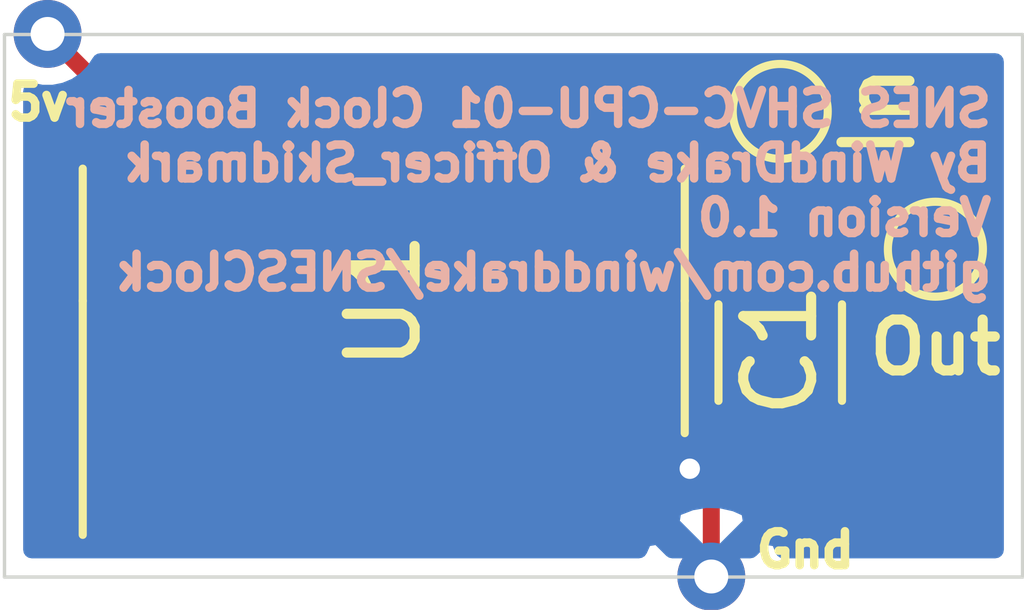
<source format=kicad_pcb>
(kicad_pcb (version 20171130) (host pcbnew "(5.1.10)-1")

  (general
    (thickness 1.6)
    (drawings 5)
    (tracks 37)
    (zones 0)
    (modules 6)
    (nets 10)
  )

  (page A4)
  (layers
    (0 F.Cu signal)
    (31 B.Cu signal)
    (32 B.Adhes user)
    (33 F.Adhes user)
    (34 B.Paste user)
    (35 F.Paste user)
    (36 B.SilkS user)
    (37 F.SilkS user)
    (38 B.Mask user)
    (39 F.Mask user)
    (40 Dwgs.User user)
    (41 Cmts.User user)
    (42 Eco1.User user)
    (43 Eco2.User user)
    (44 Edge.Cuts user)
    (45 Margin user)
    (46 B.CrtYd user)
    (47 F.CrtYd user)
    (48 B.Fab user)
    (49 F.Fab user)
  )

  (setup
    (last_trace_width 0.25)
    (user_trace_width 0.2)
    (user_trace_width 0.25)
    (trace_clearance 0.2)
    (zone_clearance 0.25)
    (zone_45_only no)
    (trace_min 0.2)
    (via_size 0.8)
    (via_drill 0.4)
    (via_min_size 0.4)
    (via_min_drill 0.3)
    (user_via 0.6 0.3)
    (user_via 0.8 0.4)
    (uvia_size 0.3)
    (uvia_drill 0.1)
    (uvias_allowed no)
    (uvia_min_size 0.2)
    (uvia_min_drill 0.1)
    (edge_width 0.05)
    (segment_width 0.2)
    (pcb_text_width 0.3)
    (pcb_text_size 1.5 1.5)
    (mod_edge_width 0.12)
    (mod_text_size 1 1)
    (mod_text_width 0.15)
    (pad_size 1.524 1.524)
    (pad_drill 0.762)
    (pad_to_mask_clearance 0)
    (aux_axis_origin 0 0)
    (visible_elements 7FFFFFFF)
    (pcbplotparams
      (layerselection 0x010fc_ffffffff)
      (usegerberextensions false)
      (usegerberattributes true)
      (usegerberadvancedattributes true)
      (creategerberjobfile true)
      (excludeedgelayer true)
      (linewidth 0.100000)
      (plotframeref false)
      (viasonmask false)
      (mode 1)
      (useauxorigin false)
      (hpglpennumber 1)
      (hpglpenspeed 20)
      (hpglpendiameter 15.000000)
      (psnegative false)
      (psa4output false)
      (plotreference true)
      (plotvalue true)
      (plotinvisibletext false)
      (padsonsilk false)
      (subtractmaskfromsilk false)
      (outputformat 1)
      (mirror false)
      (drillshape 1)
      (scaleselection 1)
      (outputdirectory ""))
  )

  (net 0 "")
  (net 1 GND)
  (net 2 +5V)
  (net 3 "Net-(U1-Pad12)")
  (net 4 "Net-(U1-Pad10)")
  (net 5 "Net-(U1-Pad8)")
  (net 6 "Net-(U1-Pad6)")
  (net 7 "Net-(U1-Pad2)")
  (net 8 "Net-(P1-Pad1)")
  (net 9 "Net-(P2-Pad1)")

  (net_class Default "This is the default net class."
    (clearance 0.2)
    (trace_width 0.25)
    (via_dia 0.8)
    (via_drill 0.4)
    (uvia_dia 0.3)
    (uvia_drill 0.1)
    (add_net +5V)
    (add_net GND)
    (add_net "Net-(P1-Pad1)")
    (add_net "Net-(P2-Pad1)")
    (add_net "Net-(U1-Pad10)")
    (add_net "Net-(U1-Pad12)")
    (add_net "Net-(U1-Pad2)")
    (add_net "Net-(U1-Pad6)")
    (add_net "Net-(U1-Pad8)")
  )

  (module "SNES CPU-01 Clock Booster:1mm_PTH" (layer F.Cu) (tedit 6132F3C9) (tstamp 61334903)
    (at 10.414 -0.508)
    (descr "Plated Hole as test Point, diameter 2.0mm")
    (tags "test point plated hole")
    (path /61338DE7)
    (attr virtual)
    (fp_text reference Gnd (at 1.386 -0.392) (layer F.SilkS)
      (effects (font (size 0.5 0.5) (thickness 0.125)))
    )
    (fp_text value GndPad (at 0 2.45) (layer F.Fab) hide
      (effects (font (size 1 1) (thickness 0.15)))
    )
    (fp_text user %R (at 0 -2.5) (layer F.Fab) hide
      (effects (font (size 1 1) (thickness 0.15)))
    )
    (pad 1 thru_hole circle (at 0 0) (size 1 1) (drill 0.5) (layers *.Cu *.Mask)
      (net 1 GND))
  )

  (module "SNES CPU-01 Clock Booster:1mm_PTH" (layer F.Cu) (tedit 6132F3C9) (tstamp 613348FB)
    (at 0.635 -8.509)
    (descr "Plated Hole as test Point, diameter 2.0mm")
    (tags "test point plated hole")
    (path /61337AA9)
    (attr virtual)
    (fp_text reference 5v (at -0.135 1.009) (layer F.SilkS)
      (effects (font (size 0.5 0.5) (thickness 0.125)))
    )
    (fp_text value 5vPad (at 0 2.45) (layer F.Fab) hide
      (effects (font (size 1 1) (thickness 0.15)))
    )
    (pad 1 thru_hole circle (at 0 0) (size 1 1) (drill 0.5) (layers *.Cu *.Mask)
      (net 2 +5V))
  )

  (module TestPoint:TestPoint_Pad_D1.0mm (layer F.Cu) (tedit 5A0F774F) (tstamp 613355B6)
    (at 13.716 -5.334 180)
    (descr "SMD pad as test Point, diameter 1.0mm")
    (tags "test point SMD pad")
    (path /613389FE)
    (attr virtual)
    (fp_text reference Out (at 0 -1.448) (layer F.SilkS)
      (effects (font (size 0.75 0.75) (thickness 0.15)))
    )
    (fp_text value ClockOutPad (at 0 1.55) (layer F.Fab) hide
      (effects (font (size 1 1) (thickness 0.15)))
    )
    (fp_circle (center 0 0) (end 0 0.7) (layer F.SilkS) (width 0.12))
    (fp_circle (center 0 0) (end 1 0) (layer F.CrtYd) (width 0.05))
    (fp_text user %R (at 0 -1.45) (layer F.Fab) hide
      (effects (font (size 1 1) (thickness 0.15)))
    )
    (pad 1 smd circle (at 0 0 180) (size 1 1) (layers F.Cu F.Mask)
      (net 9 "Net-(P2-Pad1)"))
  )

  (module TestPoint:TestPoint_Pad_D1.0mm (layer F.Cu) (tedit 5A0F774F) (tstamp 61335782)
    (at 11.43 -7.366 270)
    (descr "SMD pad as test Point, diameter 1.0mm")
    (tags "test point SMD pad")
    (path /61338560)
    (attr virtual)
    (fp_text reference In (at 0 -1.448 90) (layer F.SilkS)
      (effects (font (size 1 1) (thickness 0.15)))
    )
    (fp_text value ClockInPad (at 0 1.55 90) (layer F.Fab) hide
      (effects (font (size 1 1) (thickness 0.15)))
    )
    (fp_circle (center 0 0) (end 0 0.7) (layer F.SilkS) (width 0.12))
    (fp_circle (center 0 0) (end 1 0) (layer F.CrtYd) (width 0.05))
    (fp_text user %R (at 0 -1.45 90) (layer F.Fab) hide
      (effects (font (size 1 1) (thickness 0.15)))
    )
    (pad 1 smd circle (at 0 0 270) (size 1 1) (layers F.Cu F.Mask)
      (net 8 "Net-(P1-Pad1)"))
  )

  (module Package_SO:SOIC-14_3.9x8.7mm_P1.27mm (layer F.Cu) (tedit 5D9F72B1) (tstamp 61334BC2)
    (at 5.588 -4.572 90)
    (descr "SOIC, 14 Pin (JEDEC MS-012AB, https://www.analog.com/media/en/package-pcb-resources/package/pkg_pdf/soic_narrow-r/r_14.pdf), generated with kicad-footprint-generator ipc_gullwing_generator.py")
    (tags "SOIC SO")
    (path /6132E8F4)
    (attr smd)
    (fp_text reference U1 (at 0 0 90) (layer F.SilkS)
      (effects (font (size 1 1) (thickness 0.15)))
    )
    (fp_text value 74AHCU04 (at 0 5.28 90) (layer F.Fab) hide
      (effects (font (size 1 1) (thickness 0.15)))
    )
    (fp_line (start 3.7 -4.58) (end -3.7 -4.58) (layer F.CrtYd) (width 0.05))
    (fp_line (start 3.7 4.58) (end 3.7 -4.58) (layer F.CrtYd) (width 0.05))
    (fp_line (start -3.7 4.58) (end 3.7 4.58) (layer F.CrtYd) (width 0.05))
    (fp_line (start -3.7 -4.58) (end -3.7 4.58) (layer F.CrtYd) (width 0.05))
    (fp_line (start -1.95 -3.35) (end -0.975 -4.325) (layer F.Fab) (width 0.1))
    (fp_line (start -1.95 4.325) (end -1.95 -3.35) (layer F.Fab) (width 0.1))
    (fp_line (start 1.95 4.325) (end -1.95 4.325) (layer F.Fab) (width 0.1))
    (fp_line (start 1.95 -4.325) (end 1.95 4.325) (layer F.Fab) (width 0.1))
    (fp_line (start -0.975 -4.325) (end 1.95 -4.325) (layer F.Fab) (width 0.1))
    (fp_line (start 0 -4.435) (end -3.45 -4.435) (layer F.SilkS) (width 0.12))
    (fp_line (start 0 -4.435) (end 1.95 -4.435) (layer F.SilkS) (width 0.12))
    (fp_line (start 0 4.435) (end -1.95 4.435) (layer F.SilkS) (width 0.12))
    (fp_line (start 0 4.435) (end 1.95 4.435) (layer F.SilkS) (width 0.12))
    (fp_text user %R (at 0 0 90) (layer F.Fab)
      (effects (font (size 0.98 0.98) (thickness 0.15)))
    )
    (pad 14 smd roundrect (at 2.475 -3.81 90) (size 1.95 0.6) (layers F.Cu F.Paste F.Mask) (roundrect_rratio 0.25)
      (net 2 +5V))
    (pad 13 smd roundrect (at 2.475 -2.54 90) (size 1.95 0.6) (layers F.Cu F.Paste F.Mask) (roundrect_rratio 0.25)
      (net 2 +5V))
    (pad 12 smd roundrect (at 2.475 -1.27 90) (size 1.95 0.6) (layers F.Cu F.Paste F.Mask) (roundrect_rratio 0.25)
      (net 3 "Net-(U1-Pad12)"))
    (pad 11 smd roundrect (at 2.475 0 90) (size 1.95 0.6) (layers F.Cu F.Paste F.Mask) (roundrect_rratio 0.25)
      (net 2 +5V))
    (pad 10 smd roundrect (at 2.475 1.27 90) (size 1.95 0.6) (layers F.Cu F.Paste F.Mask) (roundrect_rratio 0.25)
      (net 4 "Net-(U1-Pad10)"))
    (pad 9 smd roundrect (at 2.475 2.54 90) (size 1.95 0.6) (layers F.Cu F.Paste F.Mask) (roundrect_rratio 0.25)
      (net 2 +5V))
    (pad 8 smd roundrect (at 2.475 3.81 90) (size 1.95 0.6) (layers F.Cu F.Paste F.Mask) (roundrect_rratio 0.25)
      (net 5 "Net-(U1-Pad8)"))
    (pad 7 smd roundrect (at -2.475 3.81 90) (size 1.95 0.6) (layers F.Cu F.Paste F.Mask) (roundrect_rratio 0.25)
      (net 1 GND))
    (pad 6 smd roundrect (at -2.475 2.54 90) (size 1.95 0.6) (layers F.Cu F.Paste F.Mask) (roundrect_rratio 0.25)
      (net 6 "Net-(U1-Pad6)"))
    (pad 5 smd roundrect (at -2.475 1.27 90) (size 1.95 0.6) (layers F.Cu F.Paste F.Mask) (roundrect_rratio 0.25)
      (net 1 GND))
    (pad 4 smd roundrect (at -2.475 0 90) (size 1.95 0.6) (layers F.Cu F.Paste F.Mask) (roundrect_rratio 0.25)
      (net 9 "Net-(P2-Pad1)"))
    (pad 3 smd roundrect (at -2.475 -1.27 90) (size 1.95 0.6) (layers F.Cu F.Paste F.Mask) (roundrect_rratio 0.25)
      (net 7 "Net-(U1-Pad2)"))
    (pad 2 smd roundrect (at -2.475 -2.54 90) (size 1.95 0.6) (layers F.Cu F.Paste F.Mask) (roundrect_rratio 0.25)
      (net 7 "Net-(U1-Pad2)"))
    (pad 1 smd roundrect (at -2.475 -3.81 90) (size 1.95 0.6) (layers F.Cu F.Paste F.Mask) (roundrect_rratio 0.25)
      (net 8 "Net-(P1-Pad1)"))
    (model ${KISYS3DMOD}/Package_SO.3dshapes/SOIC-14_3.9x8.7mm_P1.27mm.wrl
      (at (xyz 0 0 0))
      (scale (xyz 1 1 1))
      (rotate (xyz 0 0 0))
    )
  )

  (module Capacitor_SMD:C_1206_3216Metric_Pad1.33x1.80mm_HandSolder (layer F.Cu) (tedit 5F68FEEF) (tstamp 61335514)
    (at 11.43 -3.81 270)
    (descr "Capacitor SMD 1206 (3216 Metric), square (rectangular) end terminal, IPC_7351 nominal with elongated pad for handsoldering. (Body size source: IPC-SM-782 page 76, https://www.pcb-3d.com/wordpress/wp-content/uploads/ipc-sm-782a_amendment_1_and_2.pdf), generated with kicad-footprint-generator")
    (tags "capacitor handsolder")
    (path /6134C47E)
    (attr smd)
    (fp_text reference C1 (at -0.0385 0 90) (layer F.SilkS)
      (effects (font (size 1 1) (thickness 0.15)))
    )
    (fp_text value 0.1uF (at 0 1.85 90) (layer F.Fab) hide
      (effects (font (size 1 1) (thickness 0.15)))
    )
    (fp_line (start 2.48 1.15) (end -2.48 1.15) (layer F.CrtYd) (width 0.05))
    (fp_line (start 2.48 -1.15) (end 2.48 1.15) (layer F.CrtYd) (width 0.05))
    (fp_line (start -2.48 -1.15) (end 2.48 -1.15) (layer F.CrtYd) (width 0.05))
    (fp_line (start -2.48 1.15) (end -2.48 -1.15) (layer F.CrtYd) (width 0.05))
    (fp_line (start -0.711252 0.91) (end 0.711252 0.91) (layer F.SilkS) (width 0.12))
    (fp_line (start -0.711252 -0.91) (end 0.711252 -0.91) (layer F.SilkS) (width 0.12))
    (fp_line (start 1.6 0.8) (end -1.6 0.8) (layer F.Fab) (width 0.1))
    (fp_line (start 1.6 -0.8) (end 1.6 0.8) (layer F.Fab) (width 0.1))
    (fp_line (start -1.6 -0.8) (end 1.6 -0.8) (layer F.Fab) (width 0.1))
    (fp_line (start -1.6 0.8) (end -1.6 -0.8) (layer F.Fab) (width 0.1))
    (fp_text user %R (at 0 0 90) (layer F.Fab)
      (effects (font (size 0.8 0.8) (thickness 0.12)))
    )
    (pad 2 smd roundrect (at 1.5625 0 270) (size 1.325 1.8) (layers F.Cu F.Paste F.Mask) (roundrect_rratio 0.188679)
      (net 1 GND))
    (pad 1 smd roundrect (at -1.5625 0 270) (size 1.325 1.8) (layers F.Cu F.Paste F.Mask) (roundrect_rratio 0.188679)
      (net 2 +5V))
    (model ${KISYS3DMOD}/Capacitor_SMD.3dshapes/C_1206_3216Metric.wrl
      (at (xyz 0 0 0))
      (scale (xyz 1 1 1))
      (rotate (xyz 0 0 0))
    )
  )

  (gr_text "SNES SHVC-CPU-01 Clock Booster\nBy WindDrake & Officer_Skidmark\nVersion 1.0\ngithub.com/winddrake/SNESClock" (at 14.6 -6.2) (layer B.SilkS)
    (effects (font (size 0.5 0.5) (thickness 0.125)) (justify left mirror))
  )
  (gr_line (start 15 -8.5) (end 15 -0.5) (layer Edge.Cuts) (width 0.05) (tstamp 61334C5A))
  (gr_line (start 0 -8.5) (end 15 -8.5) (layer Edge.Cuts) (width 0.05))
  (gr_line (start 0 -0.5) (end 0 -8.5) (layer Edge.Cuts) (width 0.05))
  (gr_line (start 0 -0.5) (end 15 -0.5) (layer Edge.Cuts) (width 0.05))

  (segment (start 11.2795 -2.097) (end 11.43 -2.2475) (width 0.25) (layer F.Cu) (net 1))
  (segment (start 10.414 -1.654) (end 9.971 -2.097) (width 0.25) (layer F.Cu) (net 1))
  (segment (start 9.971 -2.097) (end 10.097 -2.097) (width 0.25) (layer F.Cu) (net 1))
  (segment (start 9.398 -2.097) (end 9.971 -2.097) (width 0.25) (layer F.Cu) (net 1))
  (segment (start 6.858 -2.097) (end 6.858 -3.175) (width 0.2) (layer F.Cu) (net 1))
  (segment (start 6.858 -3.175) (end 7.112 -3.429) (width 0.2) (layer F.Cu) (net 1))
  (segment (start 9.398 -3.072) (end 9.398 -2.097) (width 0.2) (layer F.Cu) (net 1))
  (segment (start 9.041 -3.429) (end 9.398 -3.072) (width 0.2) (layer F.Cu) (net 1))
  (segment (start 7.112 -3.429) (end 9.041 -3.429) (width 0.2) (layer F.Cu) (net 1))
  (segment (start 10.414 -1.654) (end 10.414 -0.508) (width 0.25) (layer F.Cu) (net 1))
  (segment (start 10.097 -2.097) (end 11.2795 -2.097) (width 0.25) (layer F.Cu) (net 1) (tstamp 61336469))
  (via (at 10.097 -2.097) (size 0.6) (drill 0.3) (layers F.Cu B.Cu) (net 1))
  (segment (start 1.778 -7.047) (end 3.048 -7.047) (width 0.25) (layer F.Cu) (net 2))
  (segment (start 3.048 -6.072) (end 3.405 -5.715) (width 0.25) (layer F.Cu) (net 2))
  (segment (start 3.048 -7.047) (end 3.048 -6.072) (width 0.25) (layer F.Cu) (net 2))
  (segment (start 8.128 -6.072) (end 8.128 -7.047) (width 0.25) (layer F.Cu) (net 2))
  (segment (start 7.771 -5.715) (end 8.128 -6.072) (width 0.25) (layer F.Cu) (net 2))
  (segment (start 11.0875 -5.715) (end 11.43 -5.3725) (width 0.25) (layer F.Cu) (net 2))
  (segment (start 7.771 -5.715) (end 11.0875 -5.715) (width 0.25) (layer F.Cu) (net 2))
  (segment (start 5.588 -6.604) (end 6.477 -5.715) (width 0.25) (layer F.Cu) (net 2))
  (segment (start 5.588 -7.047) (end 5.588 -6.604) (width 0.25) (layer F.Cu) (net 2))
  (segment (start 6.477 -5.715) (end 7.771 -5.715) (width 0.25) (layer F.Cu) (net 2))
  (segment (start 3.405 -5.715) (end 6.477 -5.715) (width 0.25) (layer F.Cu) (net 2))
  (segment (start 1.778 -7.366) (end 0.635 -8.509) (width 0.25) (layer F.Cu) (net 2))
  (segment (start 1.778 -7.047) (end 1.778 -7.366) (width 0.25) (layer F.Cu) (net 2))
  (segment (start 3.048 -2.097) (end 4.318 -2.097) (width 0.25) (layer F.Cu) (net 7))
  (segment (start 12.307824 -4.40999) (end 2.70201 -4.40999) (width 0.2) (layer F.Cu) (net 8))
  (segment (start 12.63001 -4.732176) (end 12.307824 -4.40999) (width 0.2) (layer F.Cu) (net 8))
  (segment (start 12.63001 -6.16599) (end 12.63001 -4.732176) (width 0.2) (layer F.Cu) (net 8))
  (segment (start 11.43 -7.366) (end 12.63001 -6.16599) (width 0.2) (layer F.Cu) (net 8))
  (segment (start 1.778 -3.48598) (end 1.778 -2.097) (width 0.2) (layer F.Cu) (net 8))
  (segment (start 2.70201 -4.40999) (end 1.778 -3.48598) (width 0.2) (layer F.Cu) (net 8))
  (segment (start 13.716 -5.334) (end 13.716 -4.626894) (width 0.2) (layer F.Cu) (net 9))
  (segment (start 12.990053 -3.900947) (end 6.059947 -3.900947) (width 0.2) (layer F.Cu) (net 9))
  (segment (start 13.716 -4.626894) (end 12.990053 -3.900947) (width 0.2) (layer F.Cu) (net 9))
  (segment (start 5.588 -3.429) (end 5.588 -2.097) (width 0.2) (layer F.Cu) (net 9))
  (segment (start 6.059947 -3.900947) (end 5.588 -3.429) (width 0.2) (layer F.Cu) (net 9))

  (zone (net 1) (net_name GND) (layer B.Cu) (tstamp 613362F9) (hatch edge 0.508)
    (connect_pads (clearance 0.25))
    (min_thickness 0.254)
    (fill yes (arc_segments 32) (thermal_gap 0.508) (thermal_bridge_width 0.508))
    (polygon
      (pts
        (xy 14.9733 -0.52578) (xy 0.0254 -0.52578) (xy 0.0254 -8.47344) (xy 14.9733 -8.47344)
      )
    )
    (filled_polygon
      (pts
        (xy 14.598001 -0.902) (xy 11.478512 -0.902) (xy 11.433387 -1.01944) (xy 11.405588 -1.07145) (xy 11.192166 -1.106561)
        (xy 10.987605 -0.902) (xy 10.628395 -0.902) (xy 11.012561 -1.286166) (xy 10.97745 -1.499588) (xy 10.773174 -1.590458)
        (xy 10.555095 -1.639731) (xy 10.331594 -1.645511) (xy 10.11126 -1.607577) (xy 9.90256 -1.527387) (xy 9.85055 -1.499588)
        (xy 9.815439 -1.286166) (xy 10.199605 -0.902) (xy 9.840395 -0.902) (xy 9.635834 -1.106561) (xy 9.422412 -1.07145)
        (xy 9.347034 -0.902) (xy 0.402 -0.902) (xy 0.402 -7.661166) (xy 0.548623 -7.632) (xy 0.721377 -7.632)
        (xy 0.890811 -7.665703) (xy 1.050415 -7.731813) (xy 1.194055 -7.82779) (xy 1.31621 -7.949945) (xy 1.412187 -8.093585)
        (xy 1.414016 -8.098) (xy 14.598 -8.098)
      )
    )
  )
)

</source>
